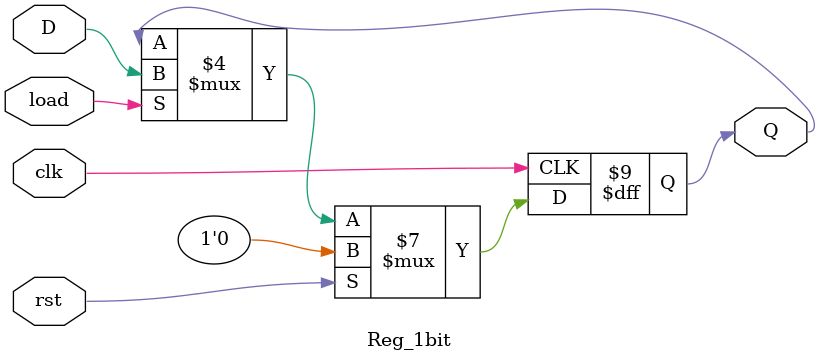
<source format=v>
module Reg_1bit(Q,D,load,clk,rst);

output	Q;
input	D;
input	load,clk,rst;

reg 	Q;

always@(posedge clk)
	begin
		if(rst==1)Q<=0;
		else if(load==1)Q<=D;
	end

endmodule
		

</source>
